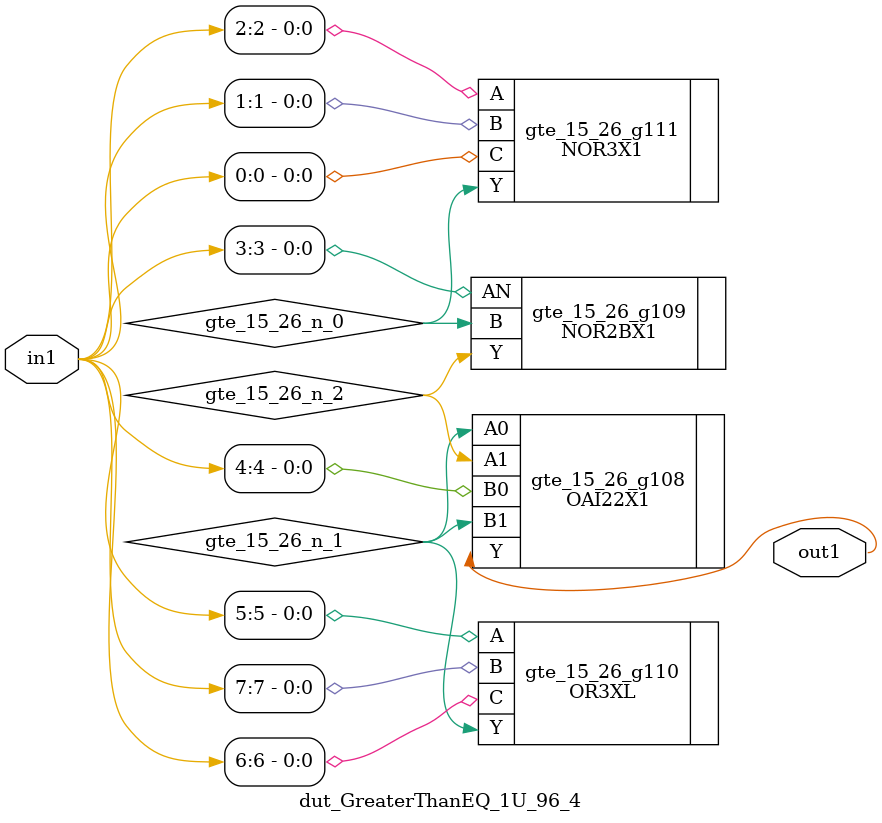
<source format=v>
`timescale 1ps / 1ps


module dut_GreaterThanEQ_1U_96_4(in1, out1);
  input [7:0] in1;
  output out1;
  wire [7:0] in1;
  wire out1;
  wire gte_15_26_n_0, gte_15_26_n_1, gte_15_26_n_2;
  OAI22X1 gte_15_26_g108(.A0 (gte_15_26_n_1), .A1 (gte_15_26_n_2), .B0
       (in1[4]), .B1 (gte_15_26_n_1), .Y (out1));
  NOR2BX1 gte_15_26_g109(.AN (in1[3]), .B (gte_15_26_n_0), .Y
       (gte_15_26_n_2));
  OR3XL gte_15_26_g110(.A (in1[5]), .B (in1[7]), .C (in1[6]), .Y
       (gte_15_26_n_1));
  NOR3X1 gte_15_26_g111(.A (in1[2]), .B (in1[1]), .C (in1[0]), .Y
       (gte_15_26_n_0));
endmodule



</source>
